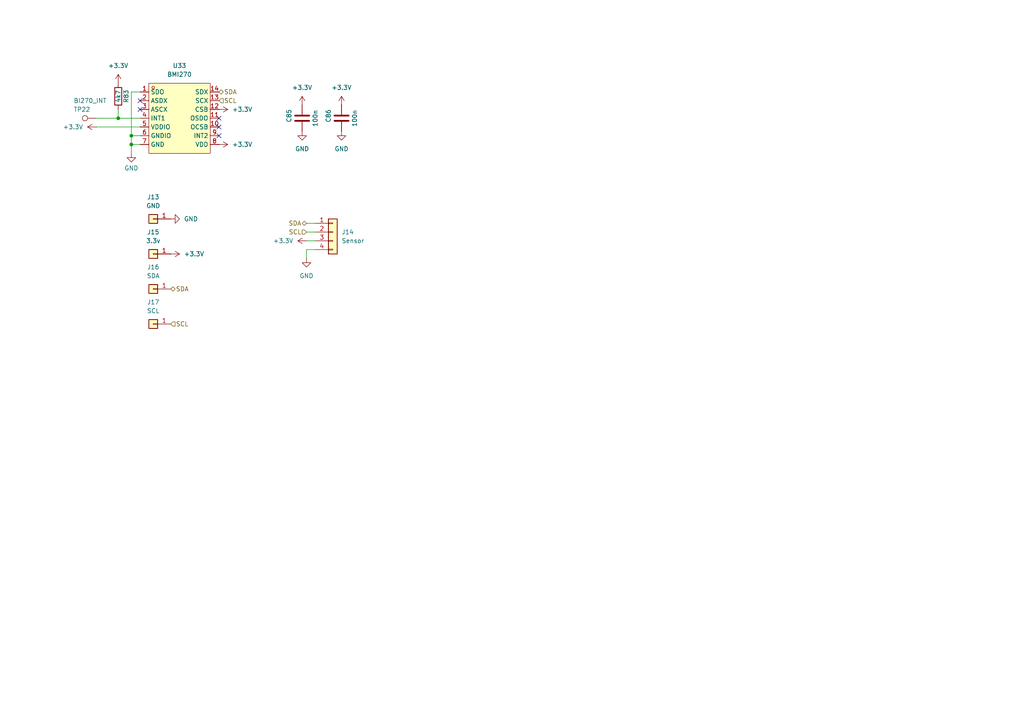
<source format=kicad_sch>
(kicad_sch (version 20250114) (generator "eeschema") (generator_version "9.0")
  (paper "A4")
  (title_block (title "Tanmatsu") (date "2025-02-26") (rev "1.0") (company "Nicolai Electronics") (comment 1 "Copyright 2025 Paul Honig") (comment 2 "Copyright 2025 Nicolai Electronics") (comment 3 "License: CERN-OHL-P"))
  (lib_symbols
    (symbol "BMI270:BMI270"
      (property "Reference" "U" (at 0 12.7 0))
      (property "Value" "BMI270" (at 0 -12.7 0))
      (symbol "BMI270_0_1"
        (rectangle (start -8.89 10.16) (end 8.89 -10.16) (fill (type background)))
        (circle (center -7.62 8.89) (radius 0.38))
        (pin unspecified line (at -11.43 7.62 0) (length 2.54) (name "SDO") (number "1"))
        (pin unspecified line (at -11.43 5.08 0) (length 2.54) (name "ASDX") (number "2"))
        (pin unspecified line (at -11.43 2.54 0) (length 2.54) (name "ASCX") (number "3"))
        (pin unspecified line (at -11.43 0 0) (length 2.54) (name "INT1") (number "4"))
        (pin unspecified line (at -11.43 -2.54 0) (length 2.54) (name "VDDIO") (number "5"))
        (pin unspecified line (at -11.43 -5.08 0) (length 2.54) (name "GNDIO") (number "6"))
        (pin unspecified line (at -11.43 -7.62 0) (length 2.54) (name "GND") (number "7"))
        (pin unspecified line (at 11.43 7.62 180) (length 2.54) (name "SDX") (number "14"))
        (pin unspecified line (at 11.43 5.08 180) (length 2.54) (name "SCX") (number "13"))
        (pin unspecified line (at 11.43 2.54 180) (length 2.54) (name "CSB") (number "12"))
        (pin unspecified line (at 11.43 0 180) (length 2.54) (name "OSDO") (number "11"))
        (pin unspecified line (at 11.43 -2.54 180) (length 2.54) (name "OCSB") (number "10"))
        (pin unspecified line (at 11.43 -5.08 180) (length 2.54) (name "INT2") (number "9"))
        (pin unspecified line (at 11.43 -7.62 180) (length 2.54) (name "VDD") (number "8"))
      )
    )
    (symbol "Connector:TestPoint" (pin_numbers (hide yes)) (pin_names (offset 0.762) (hide yes))
      (property "Reference" "TP" (at 0 6.858 0))
      (property "Value" "TestPoint" (at 0 5.08 0))
      (symbol "TestPoint_0_1"
        (circle (center 0 3.302) (radius 0.762))
      )
      (symbol "TestPoint_1_1"
        (pin passive line (at 0 0 90) (length 2.54) (name "1") (number "1"))
      )
    )
    (symbol "Connector_Generic:Conn_01x01" (pin_names (offset 1.016) (hide yes))
      (property "Reference" "J" (at 0 2.54 0))
      (property "Value" "Conn_01x01" (at 0 -2.54 0))
      (symbol "Conn_01x01_1_1"
        (rectangle (start -1.27 1.27) (end 1.27 -1.27) (stroke (width 0.254)) (fill (type background)))
        (rectangle (start -1.27 0.127) (end 0 -0.127) (stroke (width 0.1524)))
        (pin passive line (at -5.08 0 0) (length 3.81) (name "Pin_1") (number "1"))
      )
    )
    (symbol "Connector_Generic:Conn_01x04" (pin_names (offset 1.016) (hide yes))
      (property "Reference" "J" (at 0 5.08 0))
      (property "Value" "Conn_01x04" (at 0 -7.62 0))
      (symbol "Conn_01x04_1_1"
        (rectangle (start -1.27 3.81) (end 1.27 -6.35) (stroke (width 0.254)) (fill (type background)))
        (rectangle (start -1.27 2.667) (end 0 2.413) (stroke (width 0.1524)))
        (rectangle (start -1.27 0.127) (end 0 -0.127) (stroke (width 0.1524)))
        (rectangle (start -1.27 -2.413) (end 0 -2.667) (stroke (width 0.1524)))
        (rectangle (start -1.27 -4.953) (end 0 -5.207) (stroke (width 0.1524)))
        (pin passive line (at -5.08 2.54 0) (length 3.81) (name "Pin_1") (number "1"))
        (pin passive line (at -5.08 0 0) (length 3.81) (name "Pin_2") (number "2"))
        (pin passive line (at -5.08 -2.54 0) (length 3.81) (name "Pin_3") (number "3"))
        (pin passive line (at -5.08 -5.08 0) (length 3.81) (name "Pin_4") (number "4"))
      )
    )
    (symbol "Device:R" (pin_numbers (hide yes)) (pin_names (offset 0))
      (property "Reference" "R" (at 2.032 0 90))
      (property "Value" "R" (at 0 0 90))
      (symbol "R_0_1"
        (rectangle (start -1.016 -2.54) (end 1.016 2.54) (stroke (width 0.254)))
      )
      (symbol "R_1_1"
        (pin passive line (at 0 3.81 270) (length 1.27) (name "~") (number "1"))
        (pin passive line (at 0 -3.81 90) (length 1.27) (name "~") (number "2"))
      )
    )
    (symbol "mch2021-rescue:C-Device" (pin_numbers (hide yes)) (pin_names (offset 0.254))
      (property "Reference" "C" (at 0.635 2.54 0))
      (property "Value" "C-Device" (at 0.635 -2.54 0))
      (symbol "C-Device_0_1"
        (polyline (pts (xy -2.032 0.762) (xy 2.032 0.762)) (stroke (width 0.508)))
        (polyline (pts (xy -2.032 -0.762) (xy 2.032 -0.762)) (stroke (width 0.508)))
      )
      (symbol "C-Device_1_1"
        (pin passive line (at 0 3.81 270) (length 2.794) (name "~") (number "1"))
        (pin passive line (at 0 -3.81 90) (length 2.794) (name "~") (number "2"))
      )
    )
    (symbol "mch2021-rescue:GND-power" (power) (pin_names (offset 0))
      (property "Value" "GND-power" (at 0 -3.81 0))
      (symbol "GND-power_0_1"
        (polyline (pts (xy 0 0) (xy 0 -1.27) (xy 1.27 -1.27) (xy 0 -2.54) (xy -1.27 -1.27) (xy 0 -1.27)))
      )
      (symbol "GND-power_1_1"
        (pin power_in line (at 0 0 270) (length 0) (hide yes) (name "GND") (number "1"))
      )
    )
    (symbol "power:+3.3V" (power) (pin_numbers (hide yes)) (pin_names (offset 0) (hide yes))
      (property "Value" "+3.3V" (at 0 3.556 0))
      (symbol "+3.3V_0_1"
        (polyline (pts (xy -0.762 1.27) (xy 0 2.54)))
        (polyline (pts (xy 0 2.54) (xy 0.762 1.27)))
        (polyline (pts (xy 0 0) (xy 0 2.54)))
      )
      (symbol "+3.3V_1_1"
        (pin power_in line (at 0 0 90) (length 0) (name "~") (number "1"))
      )
    )
    (symbol "power:GND" (power) (pin_names (offset 0))
      (property "Value" "GND" (at 0 -3.81 0))
      (symbol "GND_0_1"
        (polyline (pts (xy 0 0) (xy 0 -1.27) (xy 1.27 -1.27) (xy 0 -2.54) (xy -1.27 -1.27) (xy 0 -1.27)))
      )
      (symbol "GND_1_1"
        (pin power_in line (at 0 0 270) (length 0) (hide yes) (name "GND") (number "1"))
      )
    )
  )
  (junction (at 34.29 34.29))
  (junction (at 38.1 39.37))
  (junction (at 38.1 41.91))
  (no_connect (at 40.64 31.75))
  (no_connect (at 63.5 34.29))
  (no_connect (at 40.64 29.21))
  (no_connect (at 63.5 39.37))
  (no_connect (at 63.5 36.83))
  (wire (pts (xy 38.1 39.37) (xy 40.64 39.37)))
  (wire (pts (xy 88.9 72.39) (xy 88.9 74.93)))
  (wire (pts (xy 38.1 26.67) (xy 38.1 39.37)))
  (wire (pts (xy 88.9 67.31) (xy 91.44 67.31)))
  (wire (pts (xy 27.94 36.83) (xy 40.64 36.83)))
  (wire (pts (xy 38.1 39.37) (xy 38.1 41.91)))
  (wire (pts (xy 38.1 26.67) (xy 40.64 26.67)))
  (wire (pts (xy 34.29 34.29) (xy 40.64 34.29)))
  (wire (pts (xy 38.1 41.91) (xy 38.1 44.45)))
  (wire (pts (xy 88.9 72.39) (xy 91.44 72.39)))
  (wire (pts (xy 88.9 64.77) (xy 91.44 64.77)))
  (wire (pts (xy 88.9 69.85) (xy 91.44 69.85)))
  (wire (pts (xy 27.94 34.29) (xy 34.29 34.29)))
  (wire (pts (xy 34.29 31.75) (xy 34.29 34.29)))
  (wire (pts (xy 38.1 41.91) (xy 40.64 41.91)))
  (hierarchical_label "SDA" (shape bidirectional) (at 88.9 64.77 180))
  (hierarchical_label "SDA" (shape bidirectional) (at 63.5 26.67 0))
  (hierarchical_label "SCL" (shape input) (at 49.53 93.98 0))
  (hierarchical_label "SCL" (shape input) (at 63.5 29.21 0))
  (hierarchical_label "SDA" (shape bidirectional) (at 49.53 83.82 0))
  (hierarchical_label "SCL" (shape input) (at 88.9 67.31 180))
  (symbol (lib_id "power:+3.3V") (at 49.53 73.66 270) (unit 1)
    (property "Reference" "#PWR0298" (effects (hide yes)))
    (property "Value" "+3.3V" (at 53.34 73.6599 90) (effects (justify left)))
    (property "Description" "Power symbol creates a global label with name \"+3.3V\"" (effects (hide yes)))
  )
  (symbol (lib_id "mch2021-rescue:GND-power") (at 87.63 38.1 0) (unit 1)
    (property "Reference" "#PWR0292" (effects (hide yes)))
    (property "Value" "GND" (at 87.63 43.18 0))
  )
  (symbol (lib_id "Connector_Generic:Conn_01x01") (at 44.45 73.66 180) (unit 1) (in_bom no)
    (property "Reference" "J15" (at 44.45 67.31 0))
    (property "Value" "3.3v" (at 44.45 69.85 0))
    (property "Footprint" "harwin:Harwin S7091-42R" (effects (hide yes)))
    (property "Description" "Generic connector, single row, 01x01, script generated (kicad-library-utils/schlib/autogen/connector/)" (effects (hide yes)))
    (property "LCSC" "-" (effects (hide yes)))
  )
  (symbol (lib_id "power:+3.3V") (at 63.5 41.91 270) (unit 1)
    (property "Reference" "#PWR0294" (effects (hide yes)))
    (property "Value" "+3.3V" (at 67.31 41.9099 90) (effects (justify left)))
    (property "Description" "Power symbol creates a global label with name \"+3.3V\"" (effects (hide yes)))
  )
  (symbol (lib_id "power:+3.3V") (at 63.5 31.75 270) (unit 1)
    (property "Reference" "#PWR0290" (effects (hide yes)))
    (property "Value" "+3.3V" (at 67.31 31.7499 90) (effects (justify left)))
    (property "Description" "Power symbol creates a global label with name \"+3.3V\"" (effects (hide yes)))
  )
  (symbol (lib_id "Connector:TestPoint") (at 27.94 34.29 90) (mirror x) (unit 1) (in_bom no)
    (property "Reference" "TP22" (at 21.336 31.75 90) (effects (justify right)))
    (property "Value" "BI270_INT" (at 21.336 29.21 90) (effects (justify right)))
    (property "Footprint" "TestPoint:TestPoint_Pad_D1.0mm" (effects (hide yes)))
    (property "Datasheet" "-" (effects (hide yes)))
    (property "Description" "test point" (effects (hide yes)))
    (property "LCSC" "-" (effects (hide yes)))
  )
  (symbol (lib_id "Connector_Generic:Conn_01x01") (at 44.45 63.5 180) (unit 1) (in_bom no)
    (property "Reference" "J13" (at 44.45 57.15 0))
    (property "Value" "GND" (at 44.45 59.69 0))
    (property "Footprint" "harwin:Harwin S7091-42R" (effects (hide yes)))
    (property "Description" "Generic connector, single row, 01x01, script generated (kicad-library-utils/schlib/autogen/connector/)" (effects (hide yes)))
    (property "LCSC" "-" (effects (hide yes)))
  )
  (symbol (lib_id "power:GND") (at 49.53 63.5 90) (unit 1)
    (property "Reference" "#PWR0296" (effects (hide yes)))
    (property "Value" "GND" (at 53.34 63.4999 90) (effects (justify right)))
  )
  (symbol (lib_id "mch2021-rescue:C-Device") (at 87.63 34.29 0) (unit 1)
    (property "Reference" "C85" (at 83.82 35.56 90) (effects (justify left)))
    (property "Value" "100n" (at 91.44 36.83 90) (effects (justify left)))
    (property "Footprint" "Capacitor_SMD:C_0402_1005Metric" (effects (hide yes)))
    (property "Datasheet" "https://datasheet.lcsc.com/lcsc/2304140030_Samsung-Electro-Mechanics-CL05B104KB54PNC_C307331.pdf" (effects (hide yes)))
    (property "LCSC" "C307331" (effects (hide yes)))
  )
  (symbol (lib_id "power:+3.3V") (at 87.63 30.48 0) (unit 1)
    (property "Reference" "#PWR0288" (effects (hide yes)))
    (property "Value" "+3.3V" (at 87.63 25.4 0))
    (property "Description" "Power symbol creates a global label with name \"+3.3V\"" (effects (hide yes)))
  )
  (symbol (lib_id "Connector_Generic:Conn_01x04") (at 96.52 67.31 0) (unit 1) (in_bom no)
    (property "Reference" "J14" (at 99.06 67.3099 0) (effects (justify left)))
    (property "Value" "Sensor" (at 99.06 69.8499 0) (effects (justify left)))
    (property "Footprint" "Connector_PinHeader_2.54mm:PinHeader_1x04_P2.54mm_Vertical" (effects (hide yes)))
  )
  (symbol (lib_id "power:+3.3V") (at 99.06 30.48 0) (unit 1)
    (property "Reference" "#PWR0289" (effects (hide yes)))
    (property "Value" "+3.3V" (at 99.06 25.4 0))
    (property "Description" "Power symbol creates a global label with name \"+3.3V\"" (effects (hide yes)))
  )
  (symbol (lib_id "power:+3.3V") (at 88.9 69.85 90) (unit 1)
    (property "Reference" "#PWR0297" (effects (hide yes)))
    (property "Value" "+3.3V" (at 85.09 69.8499 90) (effects (justify left)))
    (property "Description" "Power symbol creates a global label with name \"+3.3V\"" (effects (hide yes)))
  )
  (symbol (lib_id "mch2021-rescue:GND-power") (at 38.1 44.45 0) (unit 1)
    (property "Reference" "#PWR0295" (effects (hide yes)))
    (property "Value" "GND" (at 38.1 48.768 0))
  )
  (symbol (lib_id "Connector_Generic:Conn_01x01") (at 44.45 93.98 180) (unit 1) (in_bom no)
    (property "Reference" "J17" (at 44.45 87.63 0))
    (property "Value" "SCL" (at 44.45 90.17 0))
    (property "Footprint" "harwin:Harwin S7091-42R" (effects (hide yes)))
    (property "Description" "Generic connector, single row, 01x01, script generated (kicad-library-utils/schlib/autogen/connector/)" (effects (hide yes)))
    (property "LCSC" "-" (effects (hide yes)))
  )
  (symbol (lib_id "power:+3.3V") (at 27.94 36.83 90) (unit 1)
    (property "Reference" "#PWR0291" (effects (hide yes)))
    (property "Value" "+3.3V" (at 24.13 36.8299 90) (effects (justify left)))
    (property "Description" "Power symbol creates a global label with name \"+3.3V\"" (effects (hide yes)))
  )
  (symbol (lib_id "power:GND") (at 88.9 74.93 0) (unit 1)
    (property "Reference" "#PWR0299" (effects (hide yes)))
    (property "Value" "GND" (at 88.9 80.01 0))
  )
  (symbol (lib_id "mch2021-rescue:GND-power") (at 99.06 38.1 0) (unit 1)
    (property "Reference" "#PWR0293" (effects (hide yes)))
    (property "Value" "GND" (at 99.06 43.18 0))
  )
  (symbol (lib_id "Device:R") (at 34.29 27.94 180) (unit 1)
    (property "Reference" "R83" (at 36.576 27.94 90))
    (property "Value" "4k7" (at 34.29 27.94 90))
    (property "Footprint" "Resistor_SMD:R_0402_1005Metric" (effects (hide yes)))
    (property "Datasheet" "https://datasheet.lcsc.com/lcsc/2110260030_UNI-ROYAL-Uniroyal-Elec-0402WGF4701TCE_C25900.pdf" (effects (hide yes)))
    (property "LCSC" "C25900" (effects (hide yes)))
  )
  (symbol (lib_id "Connector_Generic:Conn_01x01") (at 44.45 83.82 180) (unit 1) (in_bom no)
    (property "Reference" "J16" (at 44.45 77.47 0))
    (property "Value" "SDA" (at 44.45 80.01 0))
    (property "Footprint" "harwin:Harwin S7091-42R" (effects (hide yes)))
    (property "Description" "Generic connector, single row, 01x01, script generated (kicad-library-utils/schlib/autogen/connector/)" (effects (hide yes)))
    (property "LCSC" "-" (effects (hide yes)))
  )
  (symbol (lib_id "power:+3.3V") (at 34.29 24.13 0) (unit 1)
    (property "Reference" "#PWR0287" (effects (hide yes)))
    (property "Value" "+3.3V" (at 34.29 19.05 0))
    (property "Description" "Power symbol creates a global label with name \"+3.3V\"" (effects (hide yes)))
  )
  (symbol (lib_id "BMI270:BMI270") (at 52.07 34.29 0) (unit 1)
    (property "Reference" "U33" (at 52.07 19.05 0))
    (property "Value" "BMI270" (at 52.07 21.59 0))
    (property "Footprint" "library:LGA-14_L3.0-W2.5-P0.50-BR" (effects (hide yes)))
    (property "LCSC" "C2836813" (effects (hide yes)))
  )
  (symbol (lib_id "mch2021-rescue:C-Device") (at 99.06 34.29 0) (unit 1)
    (property "Reference" "C86" (at 95.25 35.56 90) (effects (justify left)))
    (property "Value" "100n" (at 102.87 36.83 90) (effects (justify left)))
    (property "Footprint" "Capacitor_SMD:C_0402_1005Metric" (effects (hide yes)))
    (property "Datasheet" "https://datasheet.lcsc.com/lcsc/2304140030_Samsung-Electro-Mechanics-CL05B104KB54PNC_C307331.pdf" (effects (hide yes)))
    (property "LCSC" "C307331" (effects (hide yes)))
  )
)
</source>
